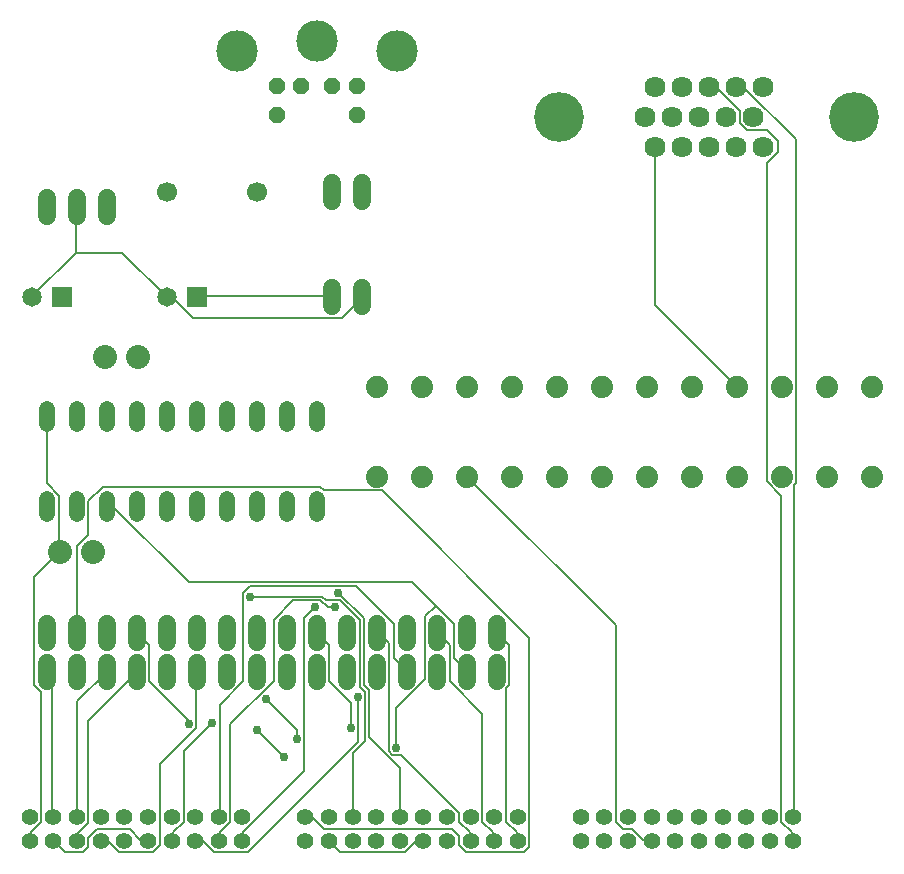
<source format=gbr>
G04 EAGLE Gerber RS-274X export*
G75*
%MOMM*%
%FSLAX34Y34*%
%LPD*%
%INBottom Copper*%
%IPPOS*%
%AMOC8*
5,1,8,0,0,1.08239X$1,22.5*%
G01*
%ADD10C,1.408000*%
%ADD11C,4.216400*%
%ADD12C,1.790700*%
%ADD13C,1.879600*%
%ADD14C,3.500000*%
%ADD15P,1.539592X8X22.500000*%
%ADD16C,1.524000*%
%ADD17C,1.320800*%
%ADD18C,1.700000*%
%ADD19C,1.651000*%
%ADD20R,1.651000X1.651000*%
%ADD21C,2.032000*%
%ADD22C,0.152400*%
%ADD23C,0.756400*%


D10*
X566500Y21750D03*
X566500Y41750D03*
X586500Y21750D03*
X586500Y41750D03*
X606500Y21750D03*
X606500Y41750D03*
X626500Y21750D03*
X626500Y41750D03*
X646500Y21750D03*
X646500Y41750D03*
X666500Y21750D03*
X666500Y41750D03*
X686500Y21750D03*
X686500Y41750D03*
X706500Y21750D03*
X706500Y41750D03*
X726500Y21750D03*
X726500Y41750D03*
X746500Y21750D03*
X746500Y41750D03*
D11*
X798119Y635000D03*
X548081Y635000D03*
D12*
X721029Y609590D03*
X698118Y609590D03*
X675208Y609590D03*
X652297Y609590D03*
X629386Y609590D03*
X712571Y635000D03*
X689660Y635000D03*
X666750Y635000D03*
X643839Y635000D03*
X620928Y635000D03*
X721029Y660411D03*
X698118Y660411D03*
X675208Y660411D03*
X652297Y660411D03*
X629386Y660411D03*
D13*
X812800Y330200D03*
X812800Y406400D03*
X774700Y330200D03*
X774700Y406400D03*
X736600Y330200D03*
X736600Y406400D03*
X698500Y330200D03*
X698500Y406400D03*
X660400Y330200D03*
X660400Y406400D03*
X622300Y330200D03*
X622300Y406400D03*
X584200Y330200D03*
X584200Y406400D03*
X546100Y330200D03*
X546100Y406400D03*
X508000Y330200D03*
X508000Y406400D03*
X469900Y330200D03*
X469900Y406400D03*
X431800Y330200D03*
X431800Y406400D03*
X393700Y330200D03*
X393700Y406400D03*
D14*
X410900Y691000D03*
X275400Y691000D03*
X342900Y699000D03*
D15*
X355900Y661000D03*
X329900Y661000D03*
X308900Y661000D03*
X376900Y661000D03*
X376900Y636000D03*
X308900Y636500D03*
D16*
X355600Y579120D02*
X355600Y563880D01*
X381000Y563880D02*
X381000Y579120D01*
X114300Y566420D02*
X114300Y551180D01*
X139700Y551180D02*
X139700Y566420D01*
X165100Y566420D02*
X165100Y551180D01*
D17*
X114300Y311404D02*
X114300Y298196D01*
X139700Y298196D02*
X139700Y311404D01*
X266700Y311404D02*
X266700Y298196D01*
X292100Y298196D02*
X292100Y311404D01*
X165100Y311404D02*
X165100Y298196D01*
X190500Y298196D02*
X190500Y311404D01*
X241300Y311404D02*
X241300Y298196D01*
X215900Y298196D02*
X215900Y311404D01*
X317500Y311404D02*
X317500Y298196D01*
X342900Y298196D02*
X342900Y311404D01*
X342900Y374396D02*
X342900Y387604D01*
X317500Y387604D02*
X317500Y374396D01*
X292100Y374396D02*
X292100Y387604D01*
X266700Y387604D02*
X266700Y374396D01*
X241300Y374396D02*
X241300Y387604D01*
X215900Y387604D02*
X215900Y374396D01*
X190500Y374396D02*
X190500Y387604D01*
X165100Y387604D02*
X165100Y374396D01*
X139700Y374396D02*
X139700Y387604D01*
X114300Y387604D02*
X114300Y374396D01*
D16*
X355600Y474980D02*
X355600Y490220D01*
X381000Y490220D02*
X381000Y474980D01*
D18*
X215900Y571500D03*
X292100Y571500D03*
D19*
X101800Y482600D03*
D20*
X126800Y482600D03*
D19*
X216100Y482600D03*
D20*
X241100Y482600D03*
D21*
X163830Y431800D03*
X191770Y431800D03*
D10*
X100000Y21750D03*
X100000Y41750D03*
X120000Y21750D03*
X120000Y41750D03*
X140000Y21750D03*
X140000Y41750D03*
X160000Y21750D03*
X160000Y41750D03*
X180000Y21750D03*
X180000Y41750D03*
X200000Y21750D03*
X200000Y41750D03*
X220000Y21750D03*
X220000Y41750D03*
X240000Y21750D03*
X240000Y41750D03*
X260000Y21750D03*
X260000Y41750D03*
X280000Y21750D03*
X280000Y41750D03*
D16*
X114300Y157480D02*
X114300Y172720D01*
X139700Y172720D02*
X139700Y157480D01*
X165100Y157480D02*
X165100Y172720D01*
X190500Y172720D02*
X190500Y157480D01*
X215900Y157480D02*
X215900Y172720D01*
X241300Y172720D02*
X241300Y157480D01*
X266700Y157480D02*
X266700Y172720D01*
X292100Y172720D02*
X292100Y157480D01*
X317500Y157480D02*
X317500Y172720D01*
X342900Y172720D02*
X342900Y157480D01*
X368300Y157480D02*
X368300Y172720D01*
X393700Y172720D02*
X393700Y157480D01*
X419100Y157480D02*
X419100Y172720D01*
X444500Y172720D02*
X444500Y157480D01*
X469900Y157480D02*
X469900Y172720D01*
X495300Y172720D02*
X495300Y157480D01*
D10*
X333250Y21750D03*
X333250Y41750D03*
X353250Y21750D03*
X353250Y41750D03*
X373250Y21750D03*
X373250Y41750D03*
X393250Y21750D03*
X393250Y41750D03*
X413250Y21750D03*
X413250Y41750D03*
X433250Y21750D03*
X433250Y41750D03*
X453250Y21750D03*
X453250Y41750D03*
X473250Y21750D03*
X473250Y41750D03*
X493250Y21750D03*
X493250Y41750D03*
X513250Y21750D03*
X513250Y41750D03*
D16*
X114300Y190500D02*
X114300Y205740D01*
X139700Y205740D02*
X139700Y190500D01*
X165100Y190500D02*
X165100Y205740D01*
X190500Y205740D02*
X190500Y190500D01*
X215900Y190500D02*
X215900Y205740D01*
X241300Y205740D02*
X241300Y190500D01*
X266700Y190500D02*
X266700Y205740D01*
X292100Y205740D02*
X292100Y190500D01*
X317500Y190500D02*
X317500Y205740D01*
X342900Y205740D02*
X342900Y190500D01*
X368300Y190500D02*
X368300Y205740D01*
X393700Y205740D02*
X393700Y190500D01*
X419100Y190500D02*
X419100Y205740D01*
X444500Y205740D02*
X444500Y190500D01*
X469900Y190500D02*
X469900Y205740D01*
X495300Y205740D02*
X495300Y190500D01*
D21*
X125730Y266700D03*
X153670Y266700D03*
D22*
X138684Y519684D02*
X138684Y557784D01*
X138684Y519684D02*
X102108Y483108D01*
X138684Y557784D02*
X139700Y558800D01*
X102108Y483108D02*
X101800Y482600D01*
X138684Y519684D02*
X178308Y519684D01*
X214884Y483108D01*
X216100Y482600D01*
X199644Y22860D02*
X193548Y22860D01*
X184404Y32004D01*
X156972Y32004D01*
X149352Y24384D01*
X149352Y16764D01*
X144780Y12192D01*
X129540Y12192D01*
X120396Y21336D01*
X199644Y22860D02*
X200000Y21750D01*
X120396Y21336D02*
X120000Y21750D01*
X118872Y42672D02*
X118872Y160020D01*
X114300Y164592D01*
X118872Y42672D02*
X120000Y41750D01*
X114300Y164592D02*
X114300Y165100D01*
X426720Y21336D02*
X432816Y21336D01*
X426720Y21336D02*
X417576Y12192D01*
X362712Y12192D01*
X353568Y21336D01*
X432816Y21336D02*
X433250Y21750D01*
X353568Y21336D02*
X353250Y21750D01*
X220980Y481584D02*
X216408Y481584D01*
X220980Y481584D02*
X237744Y464820D01*
X364236Y464820D01*
X381000Y481584D01*
X216408Y481584D02*
X216100Y482600D01*
X381000Y482600D02*
X381000Y481584D01*
X629412Y475488D02*
X629412Y608076D01*
X629412Y475488D02*
X698500Y406400D01*
X629412Y608076D02*
X629386Y609590D01*
X745236Y28956D02*
X745236Y22860D01*
X745236Y28956D02*
X736092Y38100D01*
X736092Y313944D01*
X723900Y326136D01*
X723900Y595884D01*
X733044Y605028D01*
X733044Y614172D01*
X723900Y623316D01*
X707136Y623316D01*
X701040Y629412D01*
X701040Y640080D01*
X681228Y659892D01*
X676656Y659892D01*
X745236Y22860D02*
X746500Y21750D01*
X676656Y659892D02*
X675208Y660411D01*
X746760Y323088D02*
X746760Y42672D01*
X746760Y323088D02*
X748284Y324612D01*
X748284Y615696D01*
X704088Y659892D01*
X699516Y659892D01*
X746760Y42672D02*
X746500Y41750D01*
X699516Y659892D02*
X698118Y660411D01*
X626364Y22860D02*
X618744Y22860D01*
X609600Y32004D01*
X601980Y32004D01*
X595884Y38100D01*
X595884Y204216D01*
X469900Y330200D01*
X626364Y22860D02*
X626500Y21750D01*
X355092Y483108D02*
X242316Y483108D01*
X241100Y482600D01*
X355092Y483108D02*
X355600Y482600D01*
X124968Y313944D02*
X114300Y324612D01*
X124968Y313944D02*
X124968Y266700D01*
X100584Y28956D02*
X100584Y22860D01*
X100584Y28956D02*
X109728Y38100D01*
X109728Y147828D01*
X103632Y153924D01*
X103632Y245364D01*
X124968Y266700D01*
X100584Y22860D02*
X100000Y21750D01*
X124968Y266700D02*
X125730Y266700D01*
X114300Y324612D02*
X114300Y381000D01*
X280416Y28956D02*
X280416Y22860D01*
X280416Y28956D02*
X332232Y80772D01*
X332232Y210312D01*
X341376Y219456D01*
X280416Y22860D02*
X280000Y21750D01*
D23*
X341376Y219456D03*
D22*
X260604Y28956D02*
X260604Y22860D01*
X260604Y28956D02*
X269748Y38100D01*
X269748Y120396D01*
X306324Y156972D01*
X306324Y208788D01*
X323088Y225552D01*
X345948Y225552D01*
X352044Y219456D01*
X358140Y219456D01*
X260604Y22860D02*
X260000Y21750D01*
D23*
X358140Y219456D03*
D22*
X246888Y21336D02*
X240792Y21336D01*
X246888Y21336D02*
X256032Y12192D01*
X284988Y12192D01*
X377952Y105156D01*
X377952Y143256D01*
X240792Y21336D02*
X240000Y21750D01*
D23*
X377952Y143256D03*
D22*
X220980Y28956D02*
X220980Y22860D01*
X220980Y28956D02*
X230124Y38100D01*
X230124Y97536D01*
X254508Y121920D01*
X220980Y22860D02*
X220000Y21750D01*
D23*
X254508Y121920D03*
D22*
X170688Y304800D02*
X165100Y304800D01*
X170688Y304800D02*
X234696Y240792D01*
X423672Y240792D01*
X443484Y220980D02*
X458724Y205740D01*
X443484Y220980D02*
X423672Y240792D01*
X458724Y205740D02*
X458724Y176784D01*
X469392Y166116D01*
X469900Y165100D01*
X409956Y134112D02*
X409956Y100584D01*
X409956Y134112D02*
X434340Y158496D01*
X434340Y211836D01*
X443484Y220980D01*
D23*
X409956Y100584D03*
D22*
X260604Y137160D02*
X260604Y42672D01*
X260604Y137160D02*
X280416Y156972D01*
X280416Y231648D01*
X286512Y237744D01*
X376428Y237744D01*
X408432Y205740D01*
X408432Y176784D01*
X419100Y166116D01*
X260604Y42672D02*
X260000Y41750D01*
X419100Y165100D02*
X419100Y166116D01*
X166116Y21336D02*
X160020Y21336D01*
X166116Y21336D02*
X175260Y12192D01*
X204216Y12192D01*
X210312Y18288D01*
X210312Y86868D01*
X240792Y117348D01*
X240792Y164592D01*
X160000Y21750D02*
X160020Y21336D01*
X240792Y164592D02*
X241300Y165100D01*
X140208Y27432D02*
X140208Y22860D01*
X140208Y27432D02*
X149352Y36576D01*
X149352Y123444D01*
X190500Y164592D01*
X140208Y22860D02*
X140000Y21750D01*
X190500Y164592D02*
X190500Y165100D01*
X140208Y140208D02*
X140208Y42672D01*
X140208Y140208D02*
X165100Y165100D01*
X140208Y42672D02*
X140000Y41750D01*
X333756Y41148D02*
X339852Y41148D01*
X348996Y32004D01*
X457200Y32004D01*
X463296Y25908D01*
X463296Y18288D01*
X469392Y12192D01*
X518160Y12192D01*
X522732Y16764D01*
X522732Y193548D01*
X397764Y318516D01*
X348996Y318516D01*
X345948Y321564D01*
X161544Y321564D01*
X149352Y309372D01*
X149352Y280416D01*
X140208Y271272D01*
X140208Y198120D01*
X333250Y41750D02*
X333756Y41148D01*
X140208Y198120D02*
X139700Y198120D01*
X512064Y28956D02*
X512064Y22860D01*
X512064Y28956D02*
X502920Y38100D01*
X502920Y150876D01*
X505968Y153924D01*
X505968Y187452D01*
X495300Y198120D01*
X512064Y22860D02*
X513250Y21750D01*
X492252Y22860D02*
X492252Y28956D01*
X483108Y38100D01*
X483108Y129540D01*
X455676Y156972D01*
X455676Y187452D01*
X445008Y198120D01*
X492252Y22860D02*
X493250Y21750D01*
X445008Y198120D02*
X444500Y198120D01*
X472440Y28956D02*
X472440Y22860D01*
X472440Y28956D02*
X463296Y38100D01*
X463296Y45720D01*
X414528Y94488D01*
X406908Y94488D01*
X403860Y97536D01*
X403860Y188976D01*
X394716Y198120D01*
X472440Y22860D02*
X473250Y21750D01*
X394716Y198120D02*
X393700Y198120D01*
X371856Y138684D02*
X371856Y117348D01*
X371856Y138684D02*
X353568Y156972D01*
X353568Y187452D01*
X342900Y198120D01*
D23*
X371856Y117348D03*
D22*
X326136Y115824D02*
X326136Y108204D01*
X326136Y115824D02*
X300228Y141732D01*
D23*
X326136Y108204D03*
X300228Y141732D03*
D22*
X413004Y83820D02*
X413004Y42672D01*
X413004Y83820D02*
X387096Y109728D01*
X387096Y149352D01*
X382524Y153924D01*
X382524Y210312D01*
X361188Y231648D01*
X413004Y42672D02*
X413250Y41750D01*
D23*
X361188Y231648D03*
D22*
X292608Y115824D02*
X315468Y92964D01*
X234696Y120396D02*
X234696Y123444D01*
X201168Y156972D01*
X201168Y187452D01*
X190500Y198120D01*
D23*
X315468Y92964D03*
X292608Y115824D03*
X234696Y120396D03*
D22*
X373380Y96012D02*
X373380Y42672D01*
X373380Y96012D02*
X384048Y106680D01*
X384048Y147828D01*
X379476Y152400D01*
X379476Y208788D01*
X362712Y225552D01*
X350520Y225552D01*
X347472Y228600D01*
X286512Y228600D01*
X373380Y42672D02*
X373250Y41750D01*
D23*
X286512Y228600D03*
M02*

</source>
